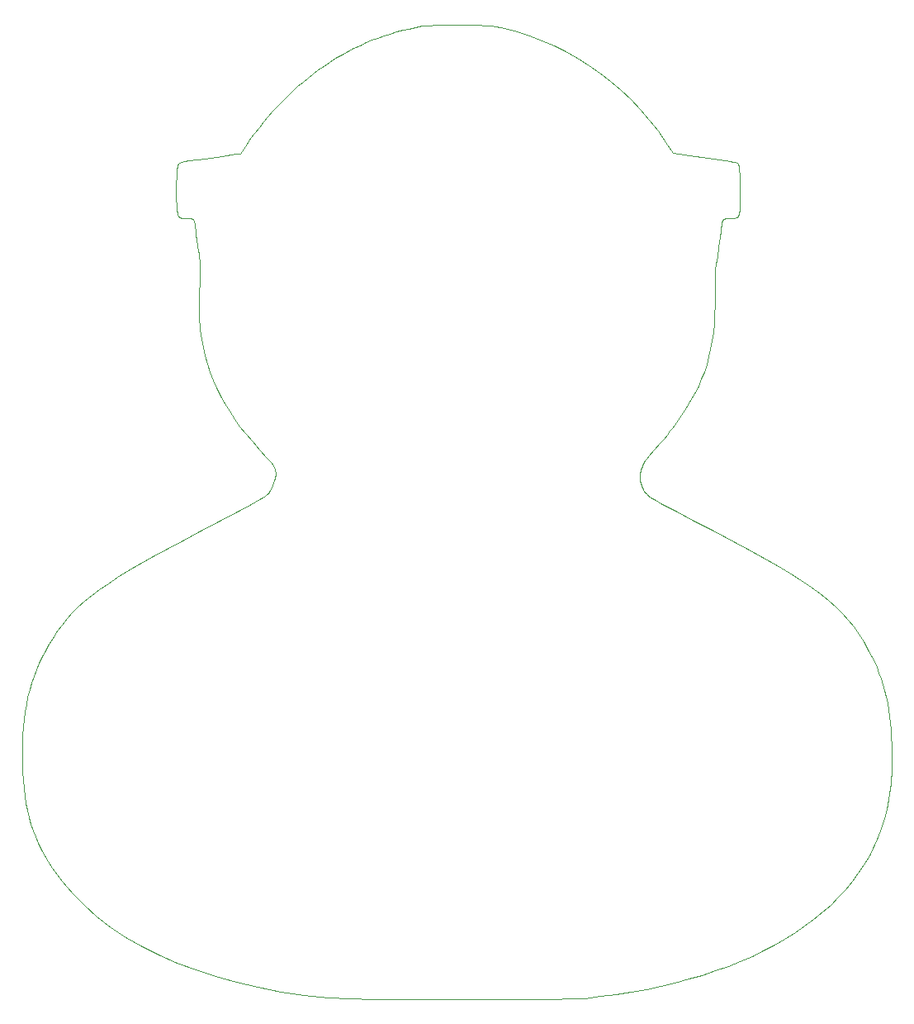
<source format=gbr>
%TF.GenerationSoftware,KiCad,Pcbnew,(7.0.0)*%
%TF.CreationDate,2023-03-31T13:35:02+02:00*%
%TF.ProjectId,rp-micro,72702d6d-6963-4726-9f2e-6b696361645f,1.2*%
%TF.SameCoordinates,Original*%
%TF.FileFunction,Profile,NP*%
%FSLAX46Y46*%
G04 Gerber Fmt 4.6, Leading zero omitted, Abs format (unit mm)*
G04 Created by KiCad (PCBNEW (7.0.0)) date 2023-03-31 13:35:02*
%MOMM*%
%LPD*%
G01*
G04 APERTURE LIST*
%TA.AperFunction,Profile*%
%ADD10C,0.084666*%
%TD*%
G04 APERTURE END LIST*
D10*
X27000000Y16000000D02*
X28023797Y15975618D01*
X28864051Y15934982D01*
X29186672Y15908568D01*
X29428993Y15878091D01*
X30747495Y15623925D01*
X32050375Y15296988D01*
X33335253Y14898867D01*
X34599748Y14431146D01*
X35841479Y13895411D01*
X37058066Y13293246D01*
X38247128Y12626238D01*
X39406284Y11895971D01*
X40533154Y11104030D01*
X41625357Y10252002D01*
X42680512Y9341470D01*
X43696238Y8374021D01*
X44670155Y7351240D01*
X45599883Y6274711D01*
X46483040Y5146021D01*
X47317245Y3966754D01*
X48038131Y2893776D01*
X48602951Y2805259D01*
X49723112Y2642503D01*
X51623108Y2375492D01*
X53410218Y2121339D01*
X53959035Y2030265D01*
X54164152Y1989169D01*
X54329510Y1949298D01*
X54459936Y1909349D01*
X54560257Y1868019D01*
X54635298Y1824006D01*
X54689886Y1776007D01*
X54728849Y1722720D01*
X54757012Y1662843D01*
X54800247Y1518107D01*
X54818321Y1404546D01*
X54834569Y1212307D01*
X54861306Y637448D01*
X54879889Y-115160D01*
X54889748Y-954212D01*
X54890315Y-1788398D01*
X54881021Y-2526411D01*
X54861297Y-3076943D01*
X54847346Y-3253371D01*
X54830574Y-3348687D01*
X54804553Y-3417215D01*
X54791216Y-3448863D01*
X54777547Y-3478826D01*
X54763459Y-3507144D01*
X54748867Y-3533863D01*
X54733682Y-3559025D01*
X54717819Y-3582672D01*
X54701192Y-3604849D01*
X54683714Y-3625598D01*
X54665299Y-3644962D01*
X54645861Y-3662984D01*
X54625312Y-3679707D01*
X54603567Y-3695174D01*
X54580540Y-3709429D01*
X54556143Y-3722514D01*
X54530291Y-3734473D01*
X54502897Y-3745348D01*
X54473875Y-3755182D01*
X54443138Y-3764020D01*
X54410600Y-3771902D01*
X54376175Y-3778874D01*
X54339776Y-3784977D01*
X54301317Y-3790255D01*
X54260711Y-3794751D01*
X54217872Y-3798508D01*
X54125151Y-3803976D01*
X54022460Y-3807004D01*
X53909111Y-3807937D01*
X53773676Y-3809093D01*
X53653073Y-3813180D01*
X53546334Y-3821123D01*
X53497861Y-3826831D01*
X53452490Y-3833850D01*
X53410101Y-3842296D01*
X53370572Y-3852286D01*
X53333782Y-3863935D01*
X53299610Y-3877359D01*
X53267936Y-3892674D01*
X53238637Y-3909996D01*
X53211593Y-3929439D01*
X53186682Y-3951121D01*
X53163784Y-3975157D01*
X53142778Y-4001663D01*
X53123542Y-4030754D01*
X53105955Y-4062547D01*
X53089896Y-4097158D01*
X53075244Y-4134701D01*
X53061878Y-4175293D01*
X53049676Y-4219050D01*
X53028283Y-4316522D01*
X53010096Y-4428043D01*
X52994145Y-4554539D01*
X52979461Y-4696937D01*
X52933272Y-5136313D01*
X52873229Y-5640640D01*
X52727895Y-6729267D01*
X52576087Y-7733062D01*
X52507951Y-8131350D01*
X52450431Y-8422271D01*
X52431370Y-8513985D01*
X52414223Y-8610990D01*
X52398920Y-8715278D01*
X52385389Y-8828839D01*
X52373559Y-8953665D01*
X52363360Y-9091746D01*
X52354719Y-9245073D01*
X52347566Y-9415637D01*
X52337438Y-9816441D01*
X52332406Y-10310085D01*
X52331899Y-10912496D01*
X52335350Y-11639602D01*
X52329790Y-12670118D01*
X52298287Y-13651397D01*
X52239490Y-14587905D01*
X52152049Y-15484106D01*
X52034610Y-16344465D01*
X51885824Y-17173446D01*
X51704340Y-17975513D01*
X51488804Y-18755133D01*
X51237868Y-19516768D01*
X50950179Y-20264884D01*
X50624385Y-21003946D01*
X50259136Y-21738418D01*
X49853081Y-22472764D01*
X49404868Y-23211450D01*
X48913146Y-23958940D01*
X48376564Y-24719699D01*
X48166754Y-25004022D01*
X47947879Y-25290956D01*
X47702955Y-25601138D01*
X47414997Y-25955203D01*
X47067022Y-26373785D01*
X46642046Y-26877519D01*
X45493156Y-28222984D01*
X45378158Y-28363258D01*
X45271652Y-28505727D01*
X45173612Y-28650130D01*
X45084014Y-28796204D01*
X45002833Y-28943686D01*
X44930044Y-29092315D01*
X44865622Y-29241829D01*
X44809541Y-29391964D01*
X44761777Y-29542459D01*
X44722305Y-29693051D01*
X44691100Y-29843479D01*
X44668136Y-29993479D01*
X44653389Y-30142790D01*
X44646833Y-30291149D01*
X44648444Y-30438295D01*
X44658197Y-30583964D01*
X44676066Y-30727894D01*
X44702027Y-30869824D01*
X44736055Y-31009491D01*
X44778124Y-31146632D01*
X44828209Y-31280986D01*
X44886286Y-31412290D01*
X44952329Y-31540282D01*
X45026314Y-31664700D01*
X45108216Y-31785281D01*
X45198009Y-31901763D01*
X45295668Y-32013883D01*
X45401168Y-32121380D01*
X45514485Y-32223992D01*
X45635594Y-32321455D01*
X45764468Y-32413508D01*
X45901085Y-32499889D01*
X46245074Y-32695729D01*
X46779789Y-32989284D01*
X48282334Y-33795597D01*
X50130594Y-34770946D01*
X52046447Y-35767448D01*
X55680580Y-37679524D01*
X58681105Y-39353805D01*
X59969869Y-40121670D01*
X61131556Y-40853966D01*
X62176608Y-41558651D01*
X63115466Y-42243686D01*
X63958572Y-42917030D01*
X64716369Y-43586642D01*
X65399297Y-44260482D01*
X66017798Y-44946511D01*
X66582315Y-45652687D01*
X67103289Y-46386971D01*
X67591161Y-47157321D01*
X68056373Y-47971698D01*
X68367674Y-48563563D01*
X68655015Y-49153932D01*
X68918929Y-49745166D01*
X69159951Y-50339627D01*
X69378618Y-50939674D01*
X69575464Y-51547669D01*
X69751023Y-52165973D01*
X69905831Y-52796946D01*
X70040423Y-53442949D01*
X70155333Y-54106342D01*
X70251098Y-54789487D01*
X70328250Y-55494744D01*
X70387327Y-56224474D01*
X70428862Y-56981038D01*
X70453391Y-57766796D01*
X70461448Y-58584110D01*
X70459121Y-59404351D01*
X70450750Y-60093860D01*
X70434254Y-60684792D01*
X70407550Y-61209303D01*
X70368557Y-61699551D01*
X70315193Y-62187691D01*
X70245374Y-62705879D01*
X70157020Y-63286273D01*
X69964825Y-64307573D01*
X69714566Y-65309043D01*
X69406996Y-66290192D01*
X69042869Y-67250528D01*
X68622938Y-68189557D01*
X68147955Y-69106789D01*
X67618672Y-70001730D01*
X67035844Y-70873889D01*
X66400222Y-71722774D01*
X65712560Y-72547893D01*
X64973610Y-73348752D01*
X64184126Y-74124862D01*
X63344860Y-74875728D01*
X62456565Y-75600859D01*
X61519993Y-76299763D01*
X60535899Y-76971948D01*
X59505034Y-77616921D01*
X58428151Y-78234191D01*
X57306004Y-78823265D01*
X56139345Y-79383652D01*
X54928927Y-79914858D01*
X53675503Y-80416392D01*
X52379825Y-80887763D01*
X51042647Y-81328476D01*
X49664722Y-81738042D01*
X48246801Y-82115966D01*
X46789639Y-82461758D01*
X45293988Y-82774925D01*
X43760601Y-83054975D01*
X42190230Y-83301416D01*
X40583629Y-83513755D01*
X38941551Y-83691501D01*
X34333904Y-83786634D01*
X25792156Y-83816499D01*
X17258830Y-83782132D01*
X12676450Y-83684566D01*
X12676427Y-83684589D01*
X10192983Y-83394045D01*
X7794709Y-83026308D01*
X5483810Y-82582419D01*
X3262494Y-82063417D01*
X1132966Y-81470342D01*
X-902567Y-80804235D01*
X-2841898Y-80066135D01*
X-4682821Y-79257082D01*
X-6423130Y-78378117D01*
X-8060619Y-77430279D01*
X-9593080Y-76414608D01*
X-11018308Y-75332144D01*
X-12334095Y-74183927D01*
X-13538237Y-72970997D01*
X-14628526Y-71694395D01*
X-15602755Y-70355159D01*
X-16013720Y-69717853D01*
X-16391010Y-69085018D01*
X-16735617Y-68452880D01*
X-17048529Y-67817664D01*
X-17330739Y-67175594D01*
X-17583235Y-66522896D01*
X-17807009Y-65855794D01*
X-18003051Y-65170513D01*
X-18172352Y-64463279D01*
X-18315901Y-63730317D01*
X-18434690Y-62967850D01*
X-18529709Y-62172105D01*
X-18601948Y-61339306D01*
X-18652397Y-60465679D01*
X-18682048Y-59547447D01*
X-18691890Y-58580837D01*
X-18681273Y-57673589D01*
X-18648583Y-56798141D01*
X-18593301Y-55952527D01*
X-18514910Y-55134783D01*
X-18412893Y-54342946D01*
X-18286732Y-53575049D01*
X-18135910Y-52829130D01*
X-17959909Y-52103225D01*
X-17758211Y-51395367D01*
X-17530300Y-50703595D01*
X-17275658Y-50025942D01*
X-16993766Y-49360445D01*
X-16684109Y-48705140D01*
X-16346167Y-48058062D01*
X-15979425Y-47417247D01*
X-15583364Y-46780731D01*
X-15120460Y-46094477D01*
X-14637445Y-45440562D01*
X-14124977Y-44812230D01*
X-13573712Y-44202727D01*
X-12974308Y-43605298D01*
X-12317421Y-43013189D01*
X-11593708Y-42419644D01*
X-10793827Y-41817909D01*
X-9908435Y-41201230D01*
X-8928189Y-40562851D01*
X-7843745Y-39896018D01*
X-6645761Y-39193976D01*
X-5324895Y-38449971D01*
X-3871802Y-37657248D01*
X-2277140Y-36809051D01*
X-531567Y-35898628D01*
X3499341Y-33802119D01*
X4753724Y-33127255D01*
X5615957Y-32630900D01*
X5927024Y-32433159D01*
X6172461Y-32260240D01*
X6363072Y-32105540D01*
X6509658Y-31962460D01*
X6623024Y-31824395D01*
X6713971Y-31684746D01*
X6871820Y-31374286D01*
X6986058Y-31124011D01*
X7082416Y-30890680D01*
X7160580Y-30672355D01*
X7220239Y-30467102D01*
X7243031Y-30368773D01*
X7261080Y-30272985D01*
X7274347Y-30179497D01*
X7282792Y-30088066D01*
X7286376Y-29998452D01*
X7285061Y-29910411D01*
X7278808Y-29823703D01*
X7267577Y-29738084D01*
X7251329Y-29653313D01*
X7230026Y-29569147D01*
X7203628Y-29485346D01*
X7172096Y-29401666D01*
X7135392Y-29317867D01*
X7093476Y-29233705D01*
X7046309Y-29148939D01*
X6993853Y-29063326D01*
X6872915Y-28888596D01*
X6730349Y-28707576D01*
X6565844Y-28518332D01*
X6379087Y-28318927D01*
X5617028Y-27508538D01*
X4905187Y-26707808D01*
X4242382Y-25914474D01*
X3627433Y-25126277D01*
X3059158Y-24340952D01*
X2536375Y-23556241D01*
X2057904Y-22769879D01*
X1622564Y-21979606D01*
X1229172Y-21183161D01*
X876549Y-20378281D01*
X563512Y-19562705D01*
X288880Y-18734172D01*
X51473Y-17890419D01*
X-149892Y-17029185D01*
X-316395Y-16148208D01*
X-449217Y-15245227D01*
X-495537Y-14835937D01*
X-513856Y-14626742D01*
X-528966Y-14406630D01*
X-540883Y-14169685D01*
X-549622Y-13909993D01*
X-557624Y-13298715D01*
X-553091Y-12525483D01*
X-536141Y-11542983D01*
X-506892Y-10303905D01*
X-465464Y-8760934D01*
X-466849Y-8651702D01*
X-475378Y-8503031D01*
X-490346Y-8321519D01*
X-511049Y-8113763D01*
X-536784Y-7886362D01*
X-566846Y-7645913D01*
X-600533Y-7399016D01*
X-637139Y-7152267D01*
X-716207Y-6618536D01*
X-795902Y-6041545D01*
X-866941Y-5490749D01*
X-920041Y-5035600D01*
X-964639Y-4647343D01*
X-987027Y-4488373D01*
X-1011024Y-4350789D01*
X-1037791Y-4233054D01*
X-1068493Y-4133630D01*
X-1085683Y-4090302D01*
X-1104292Y-4050976D01*
X-1124465Y-4015458D01*
X-1146349Y-3983555D01*
X-1170088Y-3955076D01*
X-1195828Y-3929828D01*
X-1223714Y-3907620D01*
X-1253891Y-3888257D01*
X-1286505Y-3871549D01*
X-1321701Y-3857303D01*
X-1359624Y-3845326D01*
X-1400420Y-3835427D01*
X-1491210Y-3821090D01*
X-1595235Y-3812755D01*
X-1713657Y-3808882D01*
X-1847638Y-3807933D01*
X-2003993Y-3806906D01*
X-2141971Y-3802638D01*
X-2262872Y-3793350D01*
X-2317326Y-3786267D01*
X-2367998Y-3777262D01*
X-2415052Y-3766113D01*
X-2458650Y-3752596D01*
X-2498955Y-3736489D01*
X-2536129Y-3717571D01*
X-2570335Y-3695618D01*
X-2601735Y-3670408D01*
X-2630493Y-3641719D01*
X-2656771Y-3609329D01*
X-2680732Y-3573014D01*
X-2702537Y-3532553D01*
X-2722351Y-3487722D01*
X-2740335Y-3438301D01*
X-2756652Y-3384065D01*
X-2771465Y-3324793D01*
X-2784936Y-3260263D01*
X-2797229Y-3190252D01*
X-2818927Y-3032896D01*
X-2837862Y-2850947D01*
X-2855333Y-2642624D01*
X-2872643Y-2406150D01*
X-2897386Y-1915639D01*
X-2909470Y-1358179D01*
X-2909787Y-766768D01*
X-2899226Y-174404D01*
X-2878678Y385912D01*
X-2849033Y881185D01*
X-2811182Y1278413D01*
X-2789457Y1429949D01*
X-2766014Y1544600D01*
X-2753281Y1592137D01*
X-2740394Y1635218D01*
X-2727043Y1674159D01*
X-2712920Y1709273D01*
X-2697714Y1740875D01*
X-2689608Y1755457D01*
X-2681116Y1769280D01*
X-2672198Y1782382D01*
X-2662817Y1794803D01*
X-2652933Y1806582D01*
X-2642507Y1817758D01*
X-2631502Y1828371D01*
X-2619877Y1838459D01*
X-2607596Y1848064D01*
X-2594618Y1857223D01*
X-2580905Y1865975D01*
X-2566419Y1874362D01*
X-2534972Y1890191D01*
X-2499967Y1905026D01*
X-2461094Y1919181D01*
X-2418045Y1932970D01*
X-2370509Y1946708D01*
X-2102462Y1998032D01*
X-1560397Y2086041D01*
X40898Y2327457D01*
X1823595Y2581651D01*
X3177913Y2759315D01*
X3670053Y2816904D01*
X4330242Y3801318D01*
X4728872Y4379212D01*
X5147402Y4954275D01*
X5584215Y5524863D01*
X6037694Y6089334D01*
X6506222Y6646045D01*
X6988182Y7193354D01*
X7481958Y7729617D01*
X7985933Y8253192D01*
X8498489Y8762436D01*
X9018010Y9255706D01*
X9542880Y9731359D01*
X10071480Y10187754D01*
X10602196Y10623247D01*
X11133408Y11036194D01*
X11663501Y11424954D01*
X12190859Y11787884D01*
X12818641Y12195840D01*
X13441469Y12581138D01*
X14060591Y12944283D01*
X14677254Y13285777D01*
X15292708Y13606124D01*
X15908200Y13905827D01*
X16524979Y14185388D01*
X17144293Y14445311D01*
X17767390Y14686098D01*
X18395520Y14908254D01*
X19029930Y15112281D01*
X19671868Y15298682D01*
X20322583Y15467961D01*
X20983324Y15620619D01*
X21655338Y15757162D01*
X22339874Y15878091D01*
X22582195Y15908568D01*
X22904816Y15934982D01*
X23745070Y15975618D01*
X24768866Y16000000D01*
X25884433Y16008127D01*
X27000000Y16000000D01*
M02*

</source>
